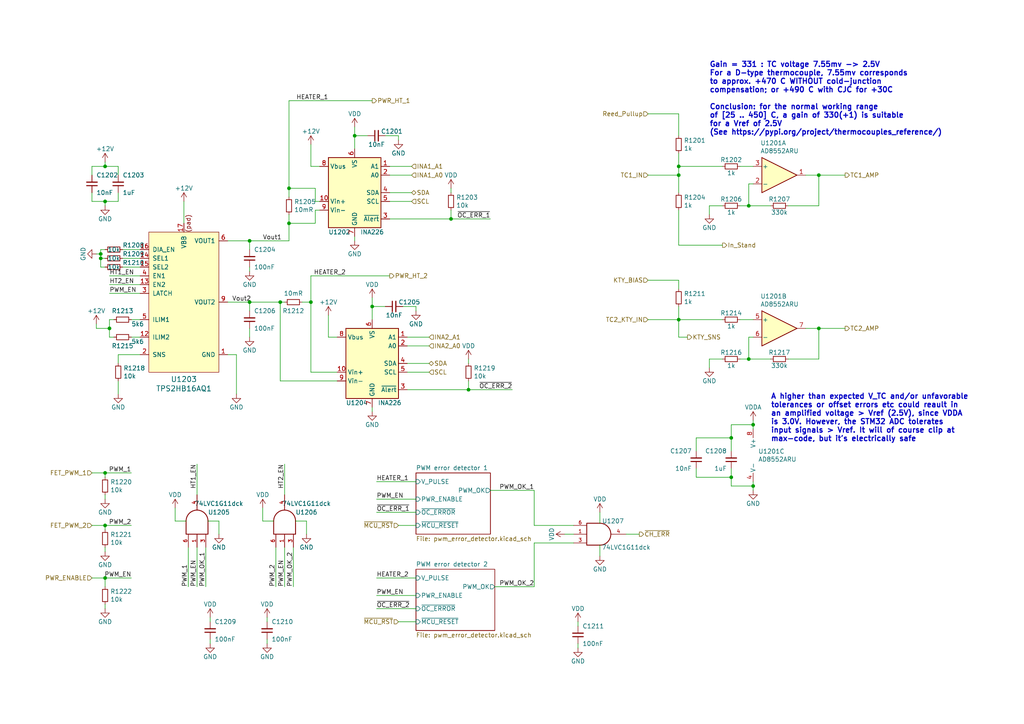
<source format=kicad_sch>
(kicad_sch (version 20231120) (generator "eeschema") (generator_version "8.0")
  (paper "A4")
  (title_block (title "Weller channel (2 elements) pwr-driver and TC/CJ sense amp") (date "2020-08-07") (rev "R0.1") (company "SolderingStationGroup : Jonny Svärd / Mathias Johansson / Magnus Thulesius"))
  (lib_symbols
    (symbol "74xGxx:74LVC1G11" (pin_names (offset 1.016))
      (property "Reference" "U" (at -2.54 5.08 0))
      (property "Value" "74LVC1G11" (at 0 -5.08 0))
      (symbol "74LVC1G11_0_1"
        (arc (start 0 -3.175) (mid 3.1612 0) (end 0 3.175) (stroke (width 0.254)))
        (polyline (pts (xy 0 -3.175) (xy -3.81 -3.175) (xy -3.81 3.175) (xy 0 3.175)) (stroke (width 0.254)))
      )
      (symbol "74LVC1G11_1_1"
        (pin input line (at -7.62 0 0) (length 3.81) (name "~") (number "1"))
        (pin power_in line (at 0 -3.175 270) (length 0) hide (name "GND") (number "2"))
        (pin input line (at -7.62 -2.54 0) (length 3.81) (name "~") (number "3"))
        (pin output line (at 7.62 0 180) (length 4.445) (name "~") (number "4"))
        (pin power_in line (at 0 3.175 90) (length 0) hide (name "VCC") (number "5"))
        (pin input line (at -7.62 2.54 0) (length 3.81) (name "~") (number "6"))
      )
    )
    (symbol "Analog_ADC:INA226"
      (property "Reference" "U" (at -6.35 11.43 0))
      (property "Value" "INA226" (at 3.81 11.43 0))
      (symbol "INA226_0_1"
        (rectangle (start 7.62 10.16) (end -7.62 -10.16) (stroke (width 0.254)) (fill (type background)))
      )
      (symbol "INA226_1_1"
        (pin input line (at 10.16 7.62 180) (length 2.54) (name "A1") (number "1"))
        (pin input line (at -10.16 -2.54 0) (length 2.54) (name "Vin+") (number "10"))
        (pin input line (at 10.16 5.08 180) (length 2.54) (name "A0") (number "2"))
        (pin open_collector line (at 10.16 -7.62 180) (length 2.54) (name "~{Alert}") (number "3"))
        (pin bidirectional line (at 10.16 0 180) (length 2.54) (name "SDA") (number "4"))
        (pin input line (at 10.16 -2.54 180) (length 2.54) (name "SCL") (number "5"))
        (pin power_in line (at 0 12.7 270) (length 2.54) (name "VS") (number "6"))
        (pin power_in line (at 0 -12.7 90) (length 2.54) (name "GND") (number "7"))
        (pin input line (at -10.16 7.62 0) (length 2.54) (name "Vbus") (number "8"))
        (pin input line (at -10.16 -5.08 0) (length 2.54) (name "Vin-") (number "9"))
      )
    )
    (symbol "Device:C_Small" (pin_numbers hide) (pin_names (offset 0.254) hide)
      (property "Reference" "C" (at 0.254 1.778 0))
      (property "Value" "C_Small" (at 0.254 -2.032 0))
      (symbol "C_Small_0_1"
        (polyline (pts (xy -1.524 -0.508) (xy 1.524 -0.508)) (stroke (width 0.3302)))
        (polyline (pts (xy -1.524 0.508) (xy 1.524 0.508)) (stroke (width 0.3048)))
      )
      (symbol "C_Small_1_1"
        (pin passive line (at 0 2.54 270) (length 2.032) (name "~") (number "1"))
        (pin passive line (at 0 -2.54 90) (length 2.032) (name "~") (number "2"))
      )
    )
    (symbol "Device:R_Small" (pin_numbers hide) (pin_names (offset 0.254) hide)
      (property "Reference" "R" (at 0.762 0.508 0))
      (property "Value" "R_Small" (at 0.762 -1.016 0))
      (symbol "R_Small_0_1"
        (rectangle (start -0.762 1.778) (end 0.762 -1.778) (stroke (width 0.2032)))
      )
      (symbol "R_Small_1_1"
        (pin passive line (at 0 2.54 270) (length 0.762) (name "~") (number "1"))
        (pin passive line (at 0 -2.54 90) (length 0.762) (name "~") (number "2"))
      )
    )
    (symbol "customlib_mj:AD8552ARU" (pin_names (offset 0.127))
      (property "Reference" "U" (at 1.27 3.81 0))
      (property "Value" "AD8552ARU" (at -2.54 -5.08 0))
      (symbol "AD8552ARU_1_1"
        (polyline (pts (xy -5.08 5.08) (xy 5.08 0) (xy -5.08 -5.08) (xy -5.08 5.08)) (stroke (width 0.254)) (fill (type background)))
        (pin output line (at 7.62 0 180) (length 2.54) (name "~") (number "1"))
        (pin input line (at -7.62 -2.54 0) (length 2.54) (name "-") (number "2"))
        (pin input line (at -7.62 2.54 0) (length 2.54) (name "+") (number "3"))
      )
      (symbol "AD8552ARU_2_1"
        (polyline (pts (xy -5.08 5.08) (xy 5.08 0) (xy -5.08 -5.08) (xy -5.08 5.08)) (stroke (width 0.254)) (fill (type background)))
        (pin input line (at -7.62 2.54 0) (length 2.54) (name "+") (number "5"))
        (pin input line (at -7.62 -2.54 0) (length 2.54) (name "-") (number "6"))
        (pin output line (at 7.62 0 180) (length 2.54) (name "~") (number "7"))
      )
      (symbol "AD8552ARU_3_1"
        (pin power_in line (at 0 -7.62 90) (length 2.54) (name "V-") (number "4"))
        (pin power_in line (at 0 7.62 270) (length 2.54) (name "V+") (number "8"))
      )
    )
    (symbol "customlib_mj:TPS2HB16AQ1" (pin_names (offset 1.016))
      (property "Reference" "U" (at -8.89 21.59 0))
      (property "Value" "TPS2HB16AQ1" (at 0 -21.59 0))
      (symbol "TPS2HB16AQ1_0_0"
        (text "(pad)" (at 1.27 22.86 900) (effects (font (size 1.27 1.27))))
      )
      (symbol "TPS2HB16AQ1_0_1"
        (rectangle (start -10.16 20.32) (end 10.16 -20.32) (fill (type background)))
      )
      (symbol "TPS2HB16AQ1_1_1"
        (pin passive line (at 12.7 -15.24 180) (length 2.54) (name "GND") (number "1"))
        (pin passive line (at 12.7 0 180) (length 2.54) hide (name "VOUT2") (number "10"))
        (pin passive line (at 12.7 0 180) (length 2.54) hide (name "VOUT2") (number "11"))
        (pin output line (at -12.7 -10.16 0) (length 2.54) (name "ILIM2") (number "12"))
        (pin input line (at -12.7 5.08 0) (length 2.54) (name "EN2") (number "13"))
        (pin input line (at -12.7 12.7 0) (length 2.54) (name "SEL1") (number "14"))
        (pin input line (at -12.7 10.16 0) (length 2.54) (name "SEL2") (number "15"))
        (pin input line (at -12.7 15.24 0) (length 2.54) (name "DIA_EN") (number "16"))
        (pin power_in line (at 0 22.86 270) (length 2.54) (name "VBB") (number "17"))
        (pin output line (at -12.7 -15.24 0) (length 2.54) (name "SNS") (number "2"))
        (pin input line (at -12.7 2.54 0) (length 2.54) (name "LATCH") (number "3"))
        (pin input line (at -12.7 7.62 0) (length 2.54) (name "EN1") (number "4"))
        (pin output line (at -12.7 -5.08 0) (length 2.54) (name "ILIM1") (number "5"))
        (pin power_out line (at 12.7 17.78 180) (length 2.54) (name "VOUT1") (number "6"))
        (pin passive line (at 12.7 17.78 180) (length 2.54) hide (name "VOUT1") (number "7"))
        (pin passive line (at 12.7 17.78 180) (length 2.54) hide (name "VOUT1") (number "8"))
        (pin power_out line (at 12.7 0 180) (length 2.54) (name "VOUT2") (number "9"))
      )
    )
    (symbol "power:+12V" (power) (pin_names (offset 0))
      (property "Value" "+12V" (at 0 3.556 0))
      (symbol "+12V_0_1"
        (polyline (pts (xy -0.762 1.27) (xy 0 2.54)))
        (polyline (pts (xy 0 0) (xy 0 2.54)))
        (polyline (pts (xy 0 2.54) (xy 0.762 1.27)))
      )
      (symbol "+12V_1_1"
        (pin power_in line (at 0 0 90) (length 0) hide (name "+12V") (number "1"))
      )
    )
    (symbol "power:GND" (power) (pin_names (offset 0))
      (property "Value" "GND" (at 0 -3.81 0))
      (symbol "GND_0_1"
        (polyline (pts (xy 0 0) (xy 0 -1.27) (xy 1.27 -1.27) (xy 0 -2.54) (xy -1.27 -1.27) (xy 0 -1.27)))
      )
      (symbol "GND_1_1"
        (pin power_in line (at 0 0 270) (length 0) hide (name "GND") (number "1"))
      )
    )
    (symbol "power:VDD" (power) (pin_names (offset 0))
      (property "Value" "VDD" (at 0 3.81 0))
      (symbol "VDD_0_1"
        (polyline (pts (xy -0.762 1.27) (xy 0 2.54)))
        (polyline (pts (xy 0 0) (xy 0 2.54)))
        (polyline (pts (xy 0 2.54) (xy 0.762 1.27)))
      )
      (symbol "VDD_1_1"
        (pin power_in line (at 0 0 90) (length 0) hide (name "VDD") (number "1"))
      )
    )
    (symbol "power:VDDA" (power) (pin_names (offset 0))
      (property "Value" "VDDA" (at 0 3.81 0))
      (symbol "VDDA_0_1"
        (polyline (pts (xy -0.762 1.27) (xy 0 2.54)))
        (polyline (pts (xy 0 0) (xy 0 2.54)))
        (polyline (pts (xy 0 2.54) (xy 0.762 1.27)))
      )
      (symbol "VDDA_1_1"
        (pin power_in line (at 0 0 90) (length 0) hide (name "VDDA") (number "1"))
      )
    )
  )
  (junction (at 212.09 127))
  (junction (at 30.48 48.26))
  (junction (at 135.89 113.03))
  (junction (at 29.21 73.66))
  (junction (at 72.39 87.63))
  (junction (at 102.87 39.37))
  (junction (at 196.85 48.26))
  (junction (at 81.28 87.63))
  (junction (at 217.17 59.69))
  (junction (at 196.85 92.71))
  (junction (at 217.17 104.14))
  (junction (at 31.75 95.25))
  (junction (at 130.81 63.5))
  (junction (at 237.49 95.25))
  (junction (at 29.21 74.93))
  (junction (at 218.44 123.19))
  (junction (at 30.48 58.42))
  (junction (at 83.82 54.61))
  (junction (at 218.44 140.97))
  (junction (at 30.48 152.4))
  (junction (at 107.95 88.9))
  (junction (at 237.49 50.8))
  (junction (at 30.48 167.64))
  (junction (at 212.09 138.43))
  (junction (at 196.85 50.8))
  (junction (at 90.17 87.63))
  (junction (at 72.39 69.85))
  (junction (at 83.82 64.77))
  (junction (at 30.48 137.16))
  (wire (pts (xy 120.65 167.64) (xy 109.22 167.64)))
  (wire (pts (xy 218.44 124.46) (xy 218.44 123.19)))
  (wire (pts (xy 90.17 80.01) (xy 113.03 80.01)))
  (wire (pts (xy 66.04 69.85) (xy 72.39 69.85)))
  (wire (pts (xy 196.85 33.02) (xy 196.85 39.37)))
  (wire (pts (xy 237.49 104.14) (xy 228.6 104.14)))
  (wire (pts (xy 218.44 123.19) (xy 218.44 121.92)))
  (wire (pts (xy 90.17 48.26) (xy 92.71 48.26)))
  (wire (pts (xy 201.93 138.43) (xy 201.93 135.89)))
  (wire (pts (xy 88.9 151.13) (xy 88.9 154.94)))
  (wire (pts (xy 82.55 87.63) (xy 81.28 87.63)))
  (wire (pts (xy 142.24 142.24) (xy 154.94 142.24)))
  (wire (pts (xy 54.61 158.75) (xy 54.61 170.18)))
  (wire (pts (xy 196.85 92.71) (xy 187.96 92.71)))
  (wire (pts (xy 106.68 39.37) (xy 102.87 39.37)))
  (wire (pts (xy 81.28 87.63) (xy 72.39 87.63)))
  (wire (pts (xy 214.63 104.14) (xy 217.17 104.14)))
  (wire (pts (xy 196.85 48.26) (xy 196.85 50.8)))
  (wire (pts (xy 119.38 55.88) (xy 113.03 55.88)))
  (wire (pts (xy 60.325 151.13) (xy 63.5 151.13)))
  (wire (pts (xy 205.74 104.14) (xy 209.55 104.14)))
  (wire (pts (xy 85.09 158.75) (xy 85.09 170.18)))
  (wire (pts (xy 26.67 55.88) (xy 26.67 58.42)))
  (wire (pts (xy 35.56 72.39) (xy 40.64 72.39)))
  (wire (pts (xy 120.65 148.59) (xy 109.22 148.59)))
  (wire (pts (xy 115.57 39.37) (xy 115.57 40.64)))
  (wire (pts (xy 90.17 41.91) (xy 90.17 48.26)))
  (wire (pts (xy 30.48 167.64) (xy 30.48 170.18)))
  (wire (pts (xy 212.09 140.97) (xy 212.09 138.43)))
  (wire (pts (xy 212.09 138.43) (xy 212.09 135.89)))
  (wire (pts (xy 40.64 80.01) (xy 31.75 80.01)))
  (wire (pts (xy 196.85 50.8) (xy 187.96 50.8)))
  (wire (pts (xy 59.69 158.75) (xy 59.69 170.18)))
  (wire (pts (xy 187.96 81.28) (xy 196.85 81.28)))
  (wire (pts (xy 111.76 88.9) (xy 107.95 88.9)))
  (wire (pts (xy 30.48 72.39) (xy 29.21 72.39)))
  (wire (pts (xy 40.64 74.93) (xy 35.56 74.93)))
  (wire (pts (xy 26.67 48.26) (xy 26.67 50.8)))
  (wire (pts (xy 119.38 58.42) (xy 113.03 58.42)))
  (wire (pts (xy 130.81 54.61) (xy 130.81 55.88)))
  (wire (pts (xy 118.11 113.03) (xy 135.89 113.03)))
  (wire (pts (xy 31.75 95.25) (xy 31.75 97.79)))
  (wire (pts (xy 83.82 29.21) (xy 107.95 29.21)))
  (wire (pts (xy 26.67 167.64) (xy 30.48 167.64)))
  (wire (pts (xy 72.39 78.74) (xy 72.39 77.47)))
  (wire (pts (xy 237.49 95.25) (xy 245.11 95.25)))
  (wire (pts (xy 237.49 59.69) (xy 228.6 59.69)))
  (wire (pts (xy 218.44 142.24) (xy 218.44 140.97)))
  (wire (pts (xy 29.21 73.66) (xy 27.94 73.66)))
  (wire (pts (xy 30.48 74.93) (xy 29.21 74.93)))
  (wire (pts (xy 76.2 151.13) (xy 76.2 147.32)))
  (wire (pts (xy 34.29 114.3) (xy 34.29 110.49)))
  (wire (pts (xy 212.09 138.43) (xy 201.93 138.43)))
  (wire (pts (xy 30.48 59.69) (xy 30.48 58.42)))
  (wire (pts (xy 113.03 63.5) (xy 130.81 63.5)))
  (wire (pts (xy 31.75 95.25) (xy 27.94 95.25)))
  (wire (pts (xy 124.46 100.33) (xy 118.11 100.33)))
  (wire (pts (xy 30.48 175.26) (xy 30.48 176.53)))
  (wire (pts (xy 135.89 104.14) (xy 135.89 105.41)))
  (wire (pts (xy 68.58 102.87) (xy 66.04 102.87)))
  (wire (pts (xy 82.55 170.18) (xy 82.55 158.75)))
  (wire (pts (xy 87.63 87.63) (xy 90.17 87.63)))
  (wire (pts (xy 212.09 127) (xy 212.09 123.19)))
  (wire (pts (xy 196.85 92.71) (xy 196.85 97.79)))
  (wire (pts (xy 72.39 87.63) (xy 72.39 90.17)))
  (wire (pts (xy 90.17 80.01) (xy 90.17 87.63)))
  (wire (pts (xy 205.74 106.68) (xy 205.74 104.14)))
  (wire (pts (xy 196.85 71.12) (xy 196.85 60.96)))
  (wire (pts (xy 167.64 181.61) (xy 167.64 180.34)))
  (wire (pts (xy 124.46 107.95) (xy 118.11 107.95)))
  (wire (pts (xy 79.375 151.13) (xy 76.2 151.13)))
  (wire (pts (xy 77.47 186.69) (xy 77.47 185.42)))
  (wire (pts (xy 91.44 58.42) (xy 92.71 58.42)))
  (wire (pts (xy 91.44 64.77) (xy 91.44 60.96)))
  (wire (pts (xy 205.74 62.23) (xy 205.74 59.69)))
  (wire (pts (xy 102.87 39.37) (xy 102.87 43.18)))
  (wire (pts (xy 30.48 46.99) (xy 30.48 48.26)))
  (wire (pts (xy 130.81 63.5) (xy 142.24 63.5)))
  (wire (pts (xy 63.5 151.13) (xy 63.5 154.94)))
  (wire (pts (xy 57.15 143.51) (xy 57.15 134.62)))
  (wire (pts (xy 33.02 92.71) (xy 31.75 92.71)))
  (wire (pts (xy 209.55 48.26) (xy 196.85 48.26)))
  (wire (pts (xy 163.83 154.94) (xy 166.37 154.94)))
  (wire (pts (xy 237.49 50.8) (xy 245.11 50.8)))
  (wire (pts (xy 120.65 176.53) (xy 109.22 176.53)))
  (wire (pts (xy 111.76 39.37) (xy 115.57 39.37)))
  (wire (pts (xy 82.55 143.51) (xy 82.55 134.62)))
  (wire (pts (xy 201.93 127) (xy 212.09 127)))
  (wire (pts (xy 34.29 105.41) (xy 34.29 102.87)))
  (wire (pts (xy 119.38 50.8) (xy 113.03 50.8)))
  (wire (pts (xy 26.67 152.4) (xy 30.48 152.4)))
  (wire (pts (xy 72.39 69.85) (xy 83.82 69.85)))
  (wire (pts (xy 27.94 95.25) (xy 27.94 93.98)))
  (wire (pts (xy 66.04 87.63) (xy 72.39 87.63)))
  (wire (pts (xy 107.95 119.38) (xy 107.95 118.11)))
  (wire (pts (xy 34.29 58.42) (xy 34.29 55.88)))
  (wire (pts (xy 83.82 54.61) (xy 83.82 29.21)))
  (wire (pts (xy 196.85 97.79) (xy 199.39 97.79)))
  (wire (pts (xy 90.17 107.95) (xy 97.79 107.95)))
  (wire (pts (xy 102.87 69.85) (xy 102.87 68.58)))
  (wire (pts (xy 124.46 97.79) (xy 118.11 97.79)))
  (wire (pts (xy 130.81 60.96) (xy 130.81 63.5)))
  (wire (pts (xy 68.58 114.3) (xy 68.58 102.87)))
  (wire (pts (xy 34.29 102.87) (xy 40.64 102.87)))
  (wire (pts (xy 196.85 50.8) (xy 196.85 55.88)))
  (wire (pts (xy 26.67 58.42) (xy 30.48 58.42)))
  (wire (pts (xy 80.01 158.75) (xy 80.01 170.18)))
  (wire (pts (xy 30.48 48.26) (xy 26.67 48.26)))
  (wire (pts (xy 233.68 95.25) (xy 237.49 95.25)))
  (wire (pts (xy 166.37 152.4) (xy 154.94 152.4)))
  (wire (pts (xy 237.49 50.8) (xy 237.49 59.69)))
  (wire (pts (xy 217.17 59.69) (xy 214.63 59.69)))
  (wire (pts (xy 31.75 97.79) (xy 33.02 97.79)))
  (wire (pts (xy 83.82 64.77) (xy 91.44 64.77)))
  (wire (pts (xy 40.64 97.79) (xy 38.1 97.79)))
  (wire (pts (xy 83.82 54.61) (xy 91.44 54.61)))
  (wire (pts (xy 196.85 44.45) (xy 196.85 48.26)))
  (wire (pts (xy 212.09 123.19) (xy 218.44 123.19)))
  (wire (pts (xy 109.22 144.78) (xy 120.65 144.78)))
  (wire (pts (xy 218.44 92.71) (xy 214.63 92.71)))
  (wire (pts (xy 107.95 86.36) (xy 107.95 88.9)))
  (wire (pts (xy 116.84 88.9) (xy 120.65 88.9)))
  (wire (pts (xy 34.29 48.26) (xy 30.48 48.26)))
  (wire (pts (xy 57.15 158.75) (xy 57.15 170.18)))
  (wire (pts (xy 143.51 170.18) (xy 154.94 170.18)))
  (wire (pts (xy 95.25 91.44) (xy 95.25 97.79)))
  (wire (pts (xy 196.85 92.71) (xy 196.85 88.9)))
  (wire (pts (xy 218.44 53.34) (xy 217.17 53.34)))
  (wire (pts (xy 83.82 62.23) (xy 83.82 64.77)))
  (wire (pts (xy 40.64 77.47) (xy 35.56 77.47)))
  (wire (pts (xy 53.34 58.42) (xy 53.34 64.77)))
  (wire (pts (xy 53.975 151.13) (xy 50.8 151.13)))
  (wire (pts (xy 30.48 152.4) (xy 38.1 152.4)))
  (wire (pts (xy 233.68 50.8) (xy 237.49 50.8)))
  (wire (pts (xy 40.64 85.09) (xy 31.75 85.09)))
  (wire (pts (xy 217.17 53.34) (xy 217.17 59.69)))
  (wire (pts (xy 217.17 104.14) (xy 223.52 104.14)))
  (wire (pts (xy 30.48 158.75) (xy 30.48 160.02)))
  (wire (pts (xy 223.52 59.69) (xy 217.17 59.69)))
  (wire (pts (xy 77.47 180.34) (xy 77.47 179.07)))
  (wire (pts (xy 187.96 33.02) (xy 196.85 33.02)))
  (wire (pts (xy 85.725 151.13) (xy 88.9 151.13)))
  (wire (pts (xy 218.44 140.97) (xy 218.44 139.7)))
  (wire (pts (xy 166.37 157.48) (xy 154.94 157.48)))
  (wire (pts (xy 60.96 180.34) (xy 60.96 179.07)))
  (wire (pts (xy 201.93 130.81) (xy 201.93 127)))
  (wire (pts (xy 30.48 152.4) (xy 30.48 153.67)))
  (wire (pts (xy 107.95 88.9) (xy 107.95 92.71)))
  (wire (pts (xy 181.61 154.94) (xy 185.42 154.94)))
  (wire (pts (xy 60.96 186.69) (xy 60.96 185.42)))
  (wire (pts (xy 29.21 74.93) (xy 29.21 77.47)))
  (wire (pts (xy 135.89 113.03) (xy 148.59 113.03)))
  (wire (pts (xy 90.17 87.63) (xy 90.17 107.95)))
  (wire (pts (xy 29.21 73.66) (xy 29.21 74.93)))
  (wire (pts (xy 31.75 92.71) (xy 31.75 95.25)))
  (wire (pts (xy 196.85 81.28) (xy 196.85 83.82)))
  (wire (pts (xy 109.22 172.72) (xy 120.65 172.72)))
  (wire (pts (xy 83.82 57.15) (xy 83.82 54.61)))
  (wire (pts (xy 173.99 158.115) (xy 173.99 161.29)))
  (wire (pts (xy 95.25 97.79) (xy 97.79 97.79)))
  (wire (pts (xy 119.38 48.26) (xy 113.03 48.26)))
  (wire (pts (xy 30.48 137.16) (xy 38.1 137.16)))
  (wire (pts (xy 50.8 151.13) (xy 50.8 147.32)))
  (wire (pts (xy 40.64 92.71) (xy 38.1 92.71)))
  (wire (pts (xy 115.57 180.34) (xy 120.65 180.34)))
  (wire (pts (xy 30.48 167.64) (xy 38.1 167.64)))
  (wire (pts (xy 30.48 143.51) (xy 30.48 144.78)))
  (wire (pts (xy 34.29 50.8) (xy 34.29 48.26)))
  (wire (pts (xy 173.99 151.765) (xy 173.99 148.59)))
  (wire (pts (xy 218.44 48.26) (xy 214.63 48.26)))
  (wire (pts (xy 29.21 72.39) (xy 29.21 73.66)))
  (wire (pts (xy 102.87 36.83) (xy 102.87 39.37)))
  (wire (pts (xy 237.49 95.25) (xy 237.49 104.14)))
  (wire (pts (xy 26.67 137.16) (xy 30.48 137.16)))
  (wire (pts (xy 83.82 69.85) (xy 83.82 64.77)))
  (wire (pts (xy 154.94 152.4) (xy 154.94 142.24)))
  (wire (pts (xy 40.64 82.55) (xy 31.75 82.55)))
  (wire (pts (xy 209.55 71.12) (xy 196.85 71.12)))
  (wire (pts (xy 30.48 137.16) (xy 30.48 138.43)))
  (wire (pts (xy 81.28 87.63) (xy 81.28 110.49)))
  (wire (pts (xy 120.65 88.9) (xy 120.65 90.17)))
  (wire (pts (xy 218.44 97.79) (xy 217.17 97.79)))
  (wire (pts (xy 115.57 152.4) (xy 120.65 152.4)))
  (wire (pts (xy 217.17 97.79) (xy 217.17 104.14)))
  (wire (pts (xy 209.55 92.71) (xy 196.85 92.71)))
  (wire (pts (xy 72.39 72.39) (xy 72.39 69.85)))
  (wire (pts (xy 81.28 110.49) (xy 97.79 110.49)))
  (wire (pts (xy 218.44 140.97) (xy 212.09 140.97)))
  (wire (pts (xy 120.65 139.7) (xy 109.22 139.7)))
  (wire (pts (xy 30.48 58.42) (xy 34.29 58.42)))
  (wire (pts (xy 124.46 105.41) (xy 118.11 105.41)))
  (wire (pts (xy 205.74 59.69) (xy 209.55 59.69)))
  (wire (pts (xy 29.21 77.47) (xy 30.48 77.47)))
  (wire (pts (xy 212.09 130.81) (xy 212.09 127)))
  (wire (pts (xy 91.44 60.96) (xy 92.71 60.96)))
  (wire (pts (xy 167.64 187.96) (xy 167.64 186.69)))
  (wire (pts (xy 91.44 54.61) (xy 91.44 58.42)))
  (wire (pts (xy 72.39 97.79) (xy 72.39 95.25)))
  (wire (pts (xy 154.94 170.18) (xy 154.94 157.48)))
  (wire (pts (xy 135.89 110.49) (xy 135.89 113.03)))
  (text "Gain = 331 : TC voltage 7.55mv -> 2.5V\nFor a D-type thermocouple, 7.55mv corresponds\nto approx. +470 C WITHOUT cold-junction\ncompensation; or +490 C with CJC for +30C\n\nConclusion: for the normal working range\nof [25 .. 450] C, a gain of 330(+1) is suitable\nfor a Vref of 2.5V\n(See https://pypi.org/project/thermocouples_reference/)" (at 205.74 39.37 0) (effects (font (size 1.524 1.524) (thickness 0.3048) (bold yes)) (justify left bottom)))
  (text "A higher than expected V_TC and/or unfavorable\ntolerances or offset errors etc could reault in\nan amplified voltage > Vref (2.5V), since VDDA\nis 3.0V. However, the STM32 ADC tolerates\ninput signals > Vref. It will of course clip at\nmax-code, but it's electrically safe" (at 223.52 128.27 0) (effects (font (size 1.524 1.524) (thickness 0.3048) (bold yes)) (justify left bottom)))
  (label "HEATER_1" (at 109.22 139.7 0))
  (label "HEATER_1" (at 95.25 29.21 180))
  (label "PWM_OK_1" (at 59.69 170.18 90))
  (label "PWM_EN" (at 31.75 85.09 0))
  (label "PWM_EN" (at 109.22 172.72 0))
  (label "~{OC_ERR_1}" (at 142.24 63.5 180))
  (label "PWM_OK_2" (at 154.94 170.18 180))
  (label "PWM_OK_1" (at 154.94 142.24 180))
  (label "Vout2" (at 67.31 87.63 0))
  (label "PWM_2" (at 38.1 152.4 180))
  (label "HT1_EN" (at 57.15 134.62 270))
  (label "HT2_EN" (at 31.75 82.55 0))
  (label "PWM_2" (at 80.01 170.18 90))
  (label "PWM_1" (at 38.1 137.16 180))
  (label "~{OC_ERR_2}" (at 109.22 176.53 0))
  (label "HEATER_2" (at 100.33 80.01 180))
  (label "PWM_OK_2" (at 85.09 170.18 90))
  (label "Vout1" (at 76.2 69.85 0))
  (label "~{OC_ERR_1}" (at 109.22 148.59 0))
  (label "HT2_EN" (at 82.55 134.62 270))
  (label "HT1_EN" (at 31.75 80.01 0))
  (label "~{OC_ERR_2}" (at 148.59 113.03 180))
  (label "PWM_EN" (at 109.22 144.78 0))
  (label "PWM_EN" (at 57.15 170.18 90))
  (label "PWM_EN" (at 82.55 170.18 90))
  (label "PWM_EN" (at 38.1 167.64 180))
  (label "HEATER_2" (at 109.22 167.64 0))
  (label "PWM_1" (at 54.61 170.18 90))
  (hierarchical_label "INA1_A0" (shape input) (at 119.38 50.8 0))
  (hierarchical_label "INA2_A1" (shape input) (at 124.46 97.79 0))
  (hierarchical_label "FET_PWM_1" (shape input) (at 26.67 137.16 180))
  (hierarchical_label "TC2_KTY_IN" (shape input) (at 187.96 92.71 180))
  (hierarchical_label "PWR_HT_2" (shape output) (at 113.03 80.01 0))
  (hierarchical_label "PWR_HT_1" (shape output) (at 107.95 29.21 0))
  (hierarchical_label "TC2_AMP" (shape output) (at 245.11 95.25 0))
  (hierarchical_label "TC1_IN" (shape input) (at 187.96 50.8 180))
  (hierarchical_label "KTY_BIAS" (shape input) (at 187.96 81.28 180))
  (hierarchical_label "SDA" (shape bidirectional) (at 124.46 105.41 0))
  (hierarchical_label "SDA" (shape bidirectional) (at 119.38 55.88 0))
  (hierarchical_label "SCL" (shape input) (at 119.38 58.42 0))
  (hierarchical_label "In_Stand" (shape output) (at 209.55 71.12 0))
  (hierarchical_label "KTY_SNS" (shape output) (at 199.39 97.79 0))
  (hierarchical_label "~{MCU_RST}" (shape input) (at 115.57 180.34 180))
  (hierarchical_label "PWR_ENABLE" (shape input) (at 26.67 167.64 180))
  (hierarchical_label "INA1_A1" (shape input) (at 119.38 48.26 0))
  (hierarchical_label "INA2_A0" (shape input) (at 124.46 100.33 0))
  (hierarchical_label "~{MCU_RST}" (shape input) (at 115.57 152.4 180))
  (hierarchical_label "~{CH_ERR}" (shape output) (at 185.42 154.94 0))
  (hierarchical_label "SCL" (shape input) (at 124.46 107.95 0))
  (hierarchical_label "FET_PWM_2" (shape input) (at 26.67 152.4 180))
  (hierarchical_label "TC1_AMP" (shape output) (at 245.11 50.8 0))
  (hierarchical_label "Reed_Pullup" (shape input) (at 187.96 33.02 180))
  (symbol (lib_id "customlib_mj:AD8552ARU") (at 226.06 50.8 0) (unit 1)
    (property "Reference" "U1201" (at 220.5482 41.4782 0) (effects (justify left)))
    (property "Value" "AD8552ARU" (at 220.5482 43.7896 0) (effects (justify left)))
    (property "Footprint" "Package_SO:TSSOP-8_4.4x3mm_P0.65mm" (effects (hide yes)))
    (property "Datasheet" "https://www.analog.com/media/en/technical-documentation/data-sheets/AD8551_8552_8554.pdf" (effects (hide yes)))
    (property "JLC_part" "Extended" (effects (hide yes)))
    (property "LCSC" "C495274" (effects (hide yes)))
    (instances (project "solderstn_mb" (path "" (reference "U1201") (unit 1)) (path "" (reference "U1501") (unit 1))))
  )
  (symbol (lib_id "customlib_mj:AD8552ARU") (at 226.06 95.25 0) (unit 2)
    (property "Reference" "U1201" (at 220.5482 85.9282 0) (effects (justify left)))
    (property "Value" "AD8552ARU" (at 220.5482 88.2396 0) (effects (justify left)))
    (property "Footprint" "Package_SO:TSSOP-8_4.4x3mm_P0.65mm" (effects (hide yes)))
    (property "Datasheet" "https://www.analog.com/media/en/technical-documentation/data-sheets/AD8551_8552_8554.pdf" (effects (hide yes)))
    (property "JLC_part" "Extended" (effects (hide yes)))
    (property "LCSC" "C495274" (effects (hide yes)))
    (instances (project "solderstn_mb" (path "" (reference "U1201") (unit 2)) (path "" (reference "U1501") (unit 2))))
  )
  (symbol (lib_id "customlib_mj:AD8552ARU") (at 218.44 132.08 0) (unit 3)
    (property "Reference" "U1201" (at 219.9132 130.9116 0) (effects (justify left)))
    (property "Value" "AD8552ARU" (at 219.9132 133.223 0) (effects (justify left)))
    (property "Footprint" "Package_SO:TSSOP-8_4.4x3mm_P0.65mm" (effects (hide yes)))
    (property "Datasheet" "https://www.analog.com/media/en/technical-documentation/data-sheets/AD8551_8552_8554.pdf" (effects (hide yes)))
    (property "JLC_part" "Extended" (effects (hide yes)))
    (property "LCSC" "C495274" (effects (hide yes)))
    (instances (project "solderstn_mb" (path "" (reference "U1201") (unit 3)) (path "" (reference "U1501") (unit 3))))
  )
  (symbol (lib_id "Device:R_Small") (at 196.85 41.91 0) (unit 1)
    (property "Reference" "R1201" (at 198.3486 40.7416 0) (effects (justify left)))
    (property "Value" "1k" (at 198.3486 43.053 0) (effects (justify left)))
    (property "Footprint" "Resistor_SMD:R_0402_1005Metric" (effects (hide yes)))
    (property "JLC_part" "Basic" (effects (hide yes)))
    (property "LCSC" "C11702" (effects (hide yes)))
    (instances (project "solderstn_mb" (path "" (reference "R1201") (unit 1)) (path "" (reference "R1501") (unit 1))))
  )
  (symbol (lib_id "Device:R_Small") (at 212.09 48.26 270) (unit 1)
    (property "Reference" "R1202" (at 212.09 46.355 90))
    (property "Value" "1k" (at 212.09 50.165 90))
    (property "Footprint" "Resistor_SMD:R_0402_1005Metric" (effects (hide yes)))
    (property "JLC_part" "Basic" (effects (hide yes)))
    (property "LCSC" "C11702" (effects (hide yes)))
    (instances (project "solderstn_mb" (path "" (reference "R1202") (unit 1)) (path "" (reference "R1502") (unit 1))))
  )
  (symbol (lib_id "Device:R_Small") (at 212.09 59.69 270) (unit 1)
    (property "Reference" "R1206" (at 212.09 57.785 90))
    (property "Value" "1k" (at 212.09 61.595 90))
    (property "Footprint" "Resistor_SMD:R_0402_1005Metric" (effects (hide yes)))
    (property "JLC_part" "Basic" (effects (hide yes)))
    (property "LCSC" "C11702" (effects (hide yes)))
    (instances (project "solderstn_mb" (path "" (reference "R1206") (unit 1)) (path "" (reference "R1506") (unit 1))))
  )
  (symbol (lib_id "Device:R_Small") (at 226.06 59.69 270) (unit 1)
    (property "Reference" "R1207" (at 226.06 57.785 90))
    (property "Value" "330k" (at 226.06 61.595 90))
    (property "Footprint" "Resistor_SMD:R_0402_1005Metric" (effects (hide yes)))
    (property "JLC_part" "Basic" (effects (hide yes)))
    (property "LCSC" "C25778" (effects (hide yes)))
    (instances (project "solderstn_mb" (path "" (reference "R1207") (unit 1)) (path "" (reference "R1507") (unit 1))))
  )
  (symbol (lib_id "Device:R_Small") (at 226.06 104.14 270) (unit 1)
    (property "Reference" "R1217" (at 226.06 102.235 90))
    (property "Value" "330k" (at 226.06 106.045 90))
    (property "Footprint" "Resistor_SMD:R_0402_1005Metric" (effects (hide yes)))
    (property "JLC_part" "Basic" (effects (hide yes)))
    (property "LCSC" "C25778" (effects (hide yes)))
    (instances (project "solderstn_mb" (path "" (reference "R1217") (unit 1)) (path "" (reference "R1517") (unit 1))))
  )
  (symbol (lib_id "Device:R_Small") (at 212.09 104.14 270) (unit 1)
    (property "Reference" "R1216" (at 212.09 102.235 90))
    (property "Value" "1k" (at 212.09 106.045 90))
    (property "Footprint" "Resistor_SMD:R_0402_1005Metric" (effects (hide yes)))
    (property "JLC_part" "Basic" (effects (hide yes)))
    (property "LCSC" "C11702" (effects (hide yes)))
    (instances (project "solderstn_mb" (path "" (reference "R1216") (unit 1)) (path "" (reference "R1516") (unit 1))))
  )
  (symbol (lib_id "Device:R_Small") (at 212.09 92.71 270) (unit 1)
    (property "Reference" "R1214" (at 212.09 90.805 90))
    (property "Value" "1k" (at 212.09 94.615 90))
    (property "Footprint" "Resistor_SMD:R_0402_1005Metric" (effects (hide yes)))
    (property "JLC_part" "Basic" (effects (hide yes)))
    (property "LCSC" "C11702" (effects (hide yes)))
    (instances (project "solderstn_mb" (path "" (reference "R1214") (unit 1)) (path "" (reference "R1514") (unit 1))))
  )
  (symbol (lib_id "Device:R_Small") (at 196.85 86.36 0) (unit 1)
    (property "Reference" "R1211" (at 198.3486 85.1916 0) (effects (justify left)))
    (property "Value" "1k" (at 198.3486 87.503 0) (effects (justify left)))
    (property "Footprint" "Resistor_SMD:R_0402_1005Metric" (effects (hide yes)))
    (property "JLC_part" "Basic" (effects (hide yes)))
    (property "LCSC" "C11702" (effects (hide yes)))
    (instances (project "solderstn_mb" (path "" (reference "R1211") (unit 1)) (path "" (reference "R1511") (unit 1))))
  )
  (symbol (lib_id "Device:R_Small") (at 196.85 58.42 0) (unit 1)
    (property "Reference" "R1204" (at 198.3486 57.2516 0) (effects (justify left)))
    (property "Value" "1k" (at 198.3486 59.563 0) (effects (justify left)))
    (property "Footprint" "Resistor_SMD:R_0402_1005Metric" (effects (hide yes)))
    (property "JLC_part" "Basic" (effects (hide yes)))
    (property "LCSC" "C11702" (effects (hide yes)))
    (instances (project "solderstn_mb" (path "" (reference "R1204") (unit 1)) (path "" (reference "R1504") (unit 1))))
  )
  (symbol (lib_id "power:GND") (at 205.74 62.23 0) (unit 1)
    (property "Reference" "#PWR01208" (effects (hide yes)))
    (property "Value" "GND" (at 205.74 66.04 0))
    (instances (project "solderstn_mb" (path "" (reference "#PWR01208") (unit 1)) (path "" (reference "#PWR01508") (unit 1))))
  )
  (symbol (lib_id "power:GND") (at 205.74 106.68 0) (unit 1)
    (property "Reference" "#PWR01218" (effects (hide yes)))
    (property "Value" "GND" (at 205.74 110.49 0))
    (instances (project "solderstn_mb" (path "" (reference "#PWR01218") (unit 1)) (path "" (reference "#PWR01518") (unit 1))))
  )
  (symbol (lib_id "power:GND") (at 218.44 142.24 0) (unit 1)
    (property "Reference" "#PWR01223" (effects (hide yes)))
    (property "Value" "GND" (at 218.44 146.05 0))
    (instances (project "solderstn_mb" (path "" (reference "#PWR01223") (unit 1)) (path "" (reference "#PWR01523") (unit 1))))
  )
  (symbol (lib_id "Device:C_Small") (at 212.09 133.35 0) (mirror x) (unit 1)
    (property "Reference" "C1208" (at 210.82 130.81 0) (effects (justify right)))
    (property "Value" "1uF" (at 210.82 135.89 0) (effects (justify right)))
    (property "Footprint" "Capacitor_SMD:C_0402_1005Metric" (effects (hide yes)))
    (property "JLC_part" "Basic" (effects (hide yes)))
    (property "LCSC" "C52923" (effects (hide yes)))
    (instances (project "solderstn_mb" (path "" (reference "C1208") (unit 1)) (path "" (reference "C1508") (unit 1))))
  )
  (symbol (lib_id "Device:C_Small") (at 201.93 133.35 0) (mirror x) (unit 1)
    (property "Reference" "C1207" (at 200.66 130.81 0) (effects (justify right)))
    (property "Value" "10nF" (at 200.66 135.89 0) (effects (justify right)))
    (property "Footprint" "Capacitor_SMD:C_0402_1005Metric" (effects (hide yes)))
    (property "JLC_part" "Basic" (effects (hide yes)))
    (property "LCSC" "C15195" (effects (hide yes)))
    (instances (project "solderstn_mb" (path "" (reference "C1207") (unit 1)) (path "" (reference "C1507") (unit 1))))
  )
  (symbol (lib_id "power:GND") (at 102.87 69.85 0) (unit 1)
    (property "Reference" "#PWR01209" (effects (hide yes)))
    (property "Value" "GND" (at 102.87 73.66 0))
    (instances (project "solderstn_mb" (path "" (reference "#PWR01209") (unit 1)) (path "" (reference "#PWR01509") (unit 1))))
  )
  (symbol (lib_id "power:VDD") (at 102.87 36.83 0) (unit 1)
    (property "Reference" "#PWR01201" (effects (hide yes)))
    (property "Value" "VDD" (at 102.87 33.02 0))
    (instances (project "solderstn_mb" (path "" (reference "#PWR01201") (unit 1)) (path "" (reference "#PWR01501") (unit 1))))
  )
  (symbol (lib_id "power:GND") (at 115.57 40.64 0) (unit 1)
    (property "Reference" "#PWR01202" (effects (hide yes)))
    (property "Value" "GND" (at 115.57 44.45 0))
    (instances (project "solderstn_mb" (path "" (reference "#PWR01202") (unit 1)) (path "" (reference "#PWR01502") (unit 1))))
  )
  (symbol (lib_id "Device:C_Small") (at 109.22 39.37 90) (mirror x) (unit 1)
    (property "Reference" "C1201" (at 110.49 38.1 90) (effects (justify right)))
    (property "Value" "10nF" (at 109.22 41.91 90))
    (property "Footprint" "Capacitor_SMD:C_0402_1005Metric" (effects (hide yes)))
    (property "JLC_part" "Basic" (effects (hide yes)))
    (property "LCSC" "C15195" (effects (hide yes)))
    (instances (project "solderstn_mb" (path "" (reference "C1201") (unit 1)) (path "" (reference "C1501") (unit 1))))
  )
  (symbol (lib_id "Analog_ADC:INA226") (at 107.95 105.41 0) (unit 1)
    (property "Reference" "U1204" (at 100.33 116.84 0) (effects (justify left)))
    (property "Value" "INA226" (at 113.03 116.84 0))
    (property "Footprint" "Package_SO:VSSOP-10_3x3mm_P0.5mm" (effects (hide yes)))
    (property "Datasheet" "http://www.ti.com/lit/ds/symlink/ina226.pdf" (effects (hide yes)))
    (property "JLC_part" "Extended" (effects (hide yes)))
    (property "LCSC" "C49851" (effects (hide yes)))
    (instances (project "solderstn_mb" (path "" (reference "U1204") (unit 1)) (path "" (reference "U1504") (unit 1))))
  )
  (symbol (lib_id "Device:R_Small") (at 85.09 87.63 270) (unit 1)
    (property "Reference" "R1212" (at 85.09 90.17 90))
    (property "Value" "10mR" (at 85.09 85.09 90))
    (property "Footprint" "Resistor_SMD:R_1206_3216Metric" (effects (hide yes)))
    (property "JLC_part" "Extended" (effects (hide yes)))
    (property "LCSC" "C127703" (effects (hide yes)))
    (instances (project "solderstn_mb" (path "" (reference "R1212") (unit 1)) (path "" (reference "R1512") (unit 1))))
  )
  (symbol (lib_id "power:GND") (at 107.95 119.38 0) (unit 1)
    (property "Reference" "#PWR01221" (effects (hide yes)))
    (property "Value" "GND" (at 107.95 123.19 0))
    (instances (project "solderstn_mb" (path "" (reference "#PWR01221") (unit 1)) (path "" (reference "#PWR01521") (unit 1))))
  )
  (symbol (lib_id "power:VDD") (at 107.95 86.36 0) (unit 1)
    (property "Reference" "#PWR01212" (effects (hide yes)))
    (property "Value" "VDD" (at 107.95 82.55 0))
    (instances (project "solderstn_mb" (path "" (reference "#PWR01212") (unit 1)) (path "" (reference "#PWR01512") (unit 1))))
  )
  (symbol (lib_id "Device:C_Small") (at 114.3 88.9 90) (mirror x) (unit 1)
    (property "Reference" "C1205" (at 115.57 87.63 90) (effects (justify right)))
    (property "Value" "10nF" (at 114.3 91.44 90))
    (property "Footprint" "Capacitor_SMD:C_0402_1005Metric" (effects (hide yes)))
    (property "JLC_part" "Basic" (effects (hide yes)))
    (property "LCSC" "C15195" (effects (hide yes)))
    (instances (project "solderstn_mb" (path "" (reference "C1205") (unit 1)) (path "" (reference "C1505") (unit 1))))
  )
  (symbol (lib_id "power:GND") (at 120.65 90.17 0) (unit 1)
    (property "Reference" "#PWR01213" (effects (hide yes)))
    (property "Value" "GND" (at 120.65 93.98 0))
    (instances (project "solderstn_mb" (path "" (reference "#PWR01213") (unit 1)) (path "" (reference "#PWR01513") (unit 1))))
  )
  (symbol (lib_id "power:+12V") (at 90.17 41.91 0) (unit 1)
    (property "Reference" "#PWR01203" (effects (hide yes)))
    (property "Value" "+12V" (at 90.17 38.1 0))
    (instances (project "solderstn_mb" (path "" (reference "#PWR01203") (unit 1)) (path "" (reference "#PWR01503") (unit 1))))
  )
  (symbol (lib_id "power:+12V") (at 95.25 91.44 0) (unit 1)
    (property "Reference" "#PWR01214" (effects (hide yes)))
    (property "Value" "+12V" (at 95.25 87.63 0))
    (instances (project "solderstn_mb" (path "" (reference "#PWR01214") (unit 1)) (path "" (reference "#PWR01514") (unit 1))))
  )
  (symbol (lib_id "power:+12V") (at 53.34 58.42 0) (unit 1)
    (property "Reference" "#PWR01206" (effects (hide yes)))
    (property "Value" "+12V" (at 53.34 54.61 0))
    (instances (project "solderstn_mb" (path "" (reference "#PWR01206") (unit 1)) (path "" (reference "#PWR01506") (unit 1))))
  )
  (symbol (lib_id "power:GND") (at 68.58 114.3 0) (unit 1)
    (property "Reference" "#PWR01220" (effects (hide yes)))
    (property "Value" "GND" (at 68.58 118.11 0))
    (instances (project "solderstn_mb" (path "" (reference "#PWR01220") (unit 1)) (path "" (reference "#PWR01520") (unit 1))))
  )
  (symbol (lib_id "power:GND") (at 30.48 144.78 0) (unit 1)
    (property "Reference" "#PWR01224" (effects (hide yes)))
    (property "Value" "GND" (at 30.48 148.59 0))
    (instances (project "solderstn_mb" (path "" (reference "#PWR01224") (unit 1)) (path "" (reference "#PWR01524") (unit 1))))
  )
  (symbol (lib_id "74xGxx:74LVC1G11") (at 57.15 151.13 90) (unit 1)
    (property "Reference" "U1205" (at 63.5 148.59 90))
    (property "Value" "74LVC1G11dck" (at 63.5 146.05 90))
    (property "Footprint" "Package_TO_SOT_SMD:SOT-363_SC-70-6_Handsoldering" (effects (hide yes)))
    (property "Datasheet" "http://www.ti.com/lit/sg/scyt129e/scyt129e.pdf" (effects (hide yes)))
    (instances (project "solderstn_mb" (path "" (reference "U1205") (unit 1)) (path "" (reference "U1505") (unit 1))))
  )
  (symbol (lib_id "74xGxx:74LVC1G11") (at 82.55 151.13 90) (unit 1)
    (property "Reference" "U1206" (at 88.9 148.59 90))
    (property "Value" "74LVC1G11dck" (at 88.9 146.05 90))
    (property "Footprint" "Package_TO_SOT_SMD:SOT-363_SC-70-6_Handsoldering" (effects (hide yes)))
    (property "Datasheet" "http://www.ti.com/lit/sg/scyt129e/scyt129e.pdf" (effects (hide yes)))
    (instances (project "solderstn_mb" (path "" (reference "U1206") (unit 1)) (path "" (reference "U1506") (unit 1))))
  )
  (symbol (lib_id "power:VDD") (at 50.8 147.32 0) (unit 1)
    (property "Reference" "#PWR01225" (effects (hide yes)))
    (property "Value" "VDD" (at 50.8 143.51 0))
    (instances (project "solderstn_mb" (path "" (reference "#PWR01225") (unit 1)) (path "" (reference "#PWR01525") (unit 1))))
  )
  (symbol (lib_id "power:VDD") (at 76.2 147.32 0) (unit 1)
    (property "Reference" "#PWR01226" (effects (hide yes)))
    (property "Value" "VDD" (at 76.2 143.51 0))
    (instances (project "solderstn_mb" (path "" (reference "#PWR01226") (unit 1)) (path "" (reference "#PWR01526") (unit 1))))
  )
  (symbol (lib_id "power:GND") (at 63.5 154.94 0) (unit 1)
    (property "Reference" "#PWR01228" (effects (hide yes)))
    (property "Value" "GND" (at 63.5 158.75 0))
    (instances (project "solderstn_mb" (path "" (reference "#PWR01228") (unit 1)) (path "" (reference "#PWR01528") (unit 1))))
  )
  (symbol (lib_id "power:GND") (at 88.9 154.94 0) (unit 1)
    (property "Reference" "#PWR01229" (effects (hide yes)))
    (property "Value" "GND" (at 88.9 158.75 0))
    (instances (project "solderstn_mb" (path "" (reference "#PWR01229") (unit 1)) (path "" (reference "#PWR01529") (unit 1))))
  )
  (symbol (lib_id "Device:R_Small") (at 30.48 140.97 0) (unit 1)
    (property "Reference" "R1220" (at 31.9786 139.8016 0) (effects (justify left)))
    (property "Value" "10k" (at 31.9786 142.113 0) (effects (justify left)))
    (property "Footprint" "Resistor_SMD:R_0402_1005Metric" (effects (hide yes)))
    (property "JLC_part" "Basic" (effects (hide yes)))
    (property "LCSC" "C25744" (effects (hide yes)))
    (instances (project "solderstn_mb" (path "" (reference "R1220") (unit 1)) (path "" (reference "R1520") (unit 1))))
  )
  (symbol (lib_id "Device:R_Small") (at 30.48 156.21 0) (unit 1)
    (property "Reference" "R1221" (at 31.9786 155.0416 0) (effects (justify left)))
    (property "Value" "10k" (at 31.9786 157.353 0) (effects (justify left)))
    (property "Footprint" "Resistor_SMD:R_0402_1005Metric" (effects (hide yes)))
    (property "JLC_part" "Basic" (effects (hide yes)))
    (property "LCSC" "C25744" (effects (hide yes)))
    (instances (project "solderstn_mb" (path "" (reference "R1221") (unit 1)) (path "" (reference "R1521") (unit 1))))
  )
  (symbol (lib_id "Device:R_Small") (at 30.48 172.72 0) (unit 1)
    (property "Reference" "R1222" (at 31.9786 171.5516 0) (effects (justify left)))
    (property "Value" "10k" (at 31.9786 173.863 0) (effects (justify left)))
    (property "Footprint" "Resistor_SMD:R_0402_1005Metric" (effects (hide yes)))
    (property "JLC_part" "Basic" (effects (hide yes)))
    (property "LCSC" "C25744" (effects (hide yes)))
    (instances (project "solderstn_mb" (path "" (reference "R1222") (unit 1)) (path "" (reference "R1522") (unit 1))))
  )
  (symbol (lib_id "power:GND") (at 30.48 160.02 0) (unit 1)
    (property "Reference" "#PWR01231" (effects (hide yes)))
    (property "Value" "GND" (at 30.48 163.83 0))
    (instances (project "solderstn_mb" (path "" (reference "#PWR01231") (unit 1)) (path "" (reference "#PWR01531") (unit 1))))
  )
  (symbol (lib_id "power:GND") (at 30.48 176.53 0) (unit 1)
    (property "Reference" "#PWR01233" (effects (hide yes)))
    (property "Value" "GND" (at 30.48 180.34 0))
    (instances (project "solderstn_mb" (path "" (reference "#PWR01233") (unit 1)) (path "" (reference "#PWR01533") (unit 1))))
  )
  (symbol (lib_id "customlib_mj:TPS2HB16AQ1") (at 53.34 87.63 0) (unit 1)
    (property "Reference" "U1203" (at 53.34 110.0074 0) (effects (font (size 1.524 1.524))))
    (property "Value" "TPS2HB16AQ1" (at 53.34 112.6998 0) (effects (font (size 1.524 1.524))))
    (property "Footprint" "Package_SO:HTSSOP-16-1EP_4.4x5mm_P0.65mm_EP3.4x5mm_Mask3x3mm_ThermalVias" (effects (hide yes)))
    (property "Datasheet" "https://www.ti.com/lit/ds/symlink/tps2hb16-q1.pdf" (effects (hide yes)))
    (instances (project "solderstn_mb" (path "" (reference "U1203") (unit 1)) (path "" (reference "U1503") (unit 1))))
  )
  (symbol (lib_id "Analog_ADC:INA226") (at 102.87 55.88 0) (unit 1)
    (property "Reference" "U1202" (at 95.25 67.31 0) (effects (justify left)))
    (property "Value" "INA226" (at 107.95 67.31 0))
    (property "Footprint" "Package_SO:VSSOP-10_3x3mm_P0.5mm" (effects (hide yes)))
    (property "Datasheet" "http://www.ti.com/lit/ds/symlink/ina226.pdf" (effects (hide yes)))
    (property "JLC_part" "Extended" (effects (hide yes)))
    (property "LCSC" "C49851" (effects (hide yes)))
    (instances (project "solderstn_mb" (path "" (reference "U1202") (unit 1)) (path "" (reference "U1502") (unit 1))))
  )
  (symbol (lib_id "Device:R_Small") (at 83.82 59.69 0) (unit 1)
    (property "Reference" "R1205" (at 85.3186 58.5216 0) (effects (justify left)))
    (property "Value" "10mR" (at 85.3186 60.833 0) (effects (justify left)))
    (property "Footprint" "Resistor_SMD:R_1206_3216Metric" (effects (hide yes)))
    (property "JLC_part" "Extended" (effects (hide yes)))
    (property "LCSC" "C127703" (effects (hide yes)))
    (instances (project "solderstn_mb" (path "" (reference "R1205") (unit 1)) (path "" (reference "R1505") (unit 1))))
  )
  (symbol (lib_id "power:VDD") (at 135.89 104.14 0) (unit 1)
    (property "Reference" "#PWR01217" (effects (hide yes)))
    (property "Value" "VDD" (at 135.89 100.33 0))
    (instances (project "solderstn_mb" (path "" (reference "#PWR01217") (unit 1)) (path "" (reference "#PWR01517") (unit 1))))
  )
  (symbol (lib_id "Device:R_Small") (at 135.89 107.95 0) (unit 1)
    (property "Reference" "R1219" (at 137.3886 106.7816 0) (effects (justify left)))
    (property "Value" "10k" (at 137.3886 109.093 0) (effects (justify left)))
    (property "Footprint" "Resistor_SMD:R_0402_1005Metric" (effects (hide yes)))
    (property "JLC_part" "Basic" (effects (hide yes)))
    (property "LCSC" "C25744" (effects (hide yes)))
    (instances (project "solderstn_mb" (path "" (reference "R1219") (unit 1)) (path "" (reference "R1519") (unit 1))))
  )
  (symbol (lib_id "power:VDD") (at 130.81 54.61 0) (unit 1)
    (property "Reference" "#PWR01205" (effects (hide yes)))
    (property "Value" "VDD" (at 130.81 50.8 0))
    (instances (project "solderstn_mb" (path "" (reference "#PWR01205") (unit 1)) (path "" (reference "#PWR01505") (unit 1))))
  )
  (symbol (lib_id "Device:R_Small") (at 130.81 58.42 0) (unit 1)
    (property "Reference" "R1203" (at 132.3086 57.2516 0) (effects (justify left)))
    (property "Value" "10k" (at 132.3086 59.563 0) (effects (justify left)))
    (property "Footprint" "Resistor_SMD:R_0402_1005Metric" (effects (hide yes)))
    (property "JLC_part" "Basic" (effects (hide yes)))
    (property "LCSC" "C25744" (effects (hide yes)))
    (instances (project "solderstn_mb" (path "" (reference "R1203") (unit 1)) (path "" (reference "R1503") (unit 1))))
  )
  (symbol (lib_id "Device:C_Small") (at 72.39 74.93 180) (unit 1)
    (property "Reference" "C1204" (at 73.66 72.39 0) (effects (justify right)))
    (property "Value" "100nF" (at 73.66 77.47 0) (effects (justify right)))
    (property "Footprint" "Capacitor_SMD:C_0402_1005Metric" (effects (hide yes)))
    (property "JLC_part" "Basic" (effects (hide yes)))
    (property "LCSC" "C1525" (effects (hide yes)))
    (instances (project "solderstn_mb" (path "" (reference "C1204") (unit 1)) (path "" (reference "C1504") (unit 1))))
  )
  (symbol (lib_id "Device:C_Small") (at 34.29 53.34 180) (unit 1)
    (property "Reference" "C1203" (at 35.56 50.8 0) (effects (justify right)))
    (property "Value" "1uF" (at 35.56 55.88 0) (effects (justify right)))
    (property "Footprint" "Capacitor_SMD:C_0402_1005Metric" (effects (hide yes)))
    (property "JLC_part" "Basic" (effects (hide yes)))
    (property "LCSC" "C52923" (effects (hide yes)))
    (instances (project "solderstn_mb" (path "" (reference "C1203") (unit 1)) (path "" (reference "C1503") (unit 1))))
  )
  (symbol (lib_id "Device:C_Small") (at 72.39 92.71 180) (unit 1)
    (property "Reference" "C1206" (at 73.66 90.17 0) (effects (justify right)))
    (property "Value" "100nF" (at 73.66 95.25 0) (effects (justify right)))
    (property "Footprint" "Capacitor_SMD:C_0402_1005Metric" (effects (hide yes)))
    (property "JLC_part" "Basic" (effects (hide yes)))
    (property "LCSC" "C1525" (effects (hide yes)))
    (instances (project "solderstn_mb" (path "" (reference "C1206") (unit 1)) (path "" (reference "C1506") (unit 1))))
  )
  (symbol (lib_id "power:GND") (at 72.39 97.79 0) (unit 1)
    (property "Reference" "#PWR01216" (effects (hide yes)))
    (property "Value" "GND" (at 72.39 101.6 0))
    (instances (project "solderstn_mb" (path "" (reference "#PWR01216") (unit 1)) (path "" (reference "#PWR01516") (unit 1))))
  )
  (symbol (lib_id "power:GND") (at 72.39 78.74 0) (unit 1)
    (property "Reference" "#PWR01211" (effects (hide yes)))
    (property "Value" "GND" (at 72.39 82.55 0))
    (instances (project "solderstn_mb" (path "" (reference "#PWR01211") (unit 1)) (path "" (reference "#PWR01511") (unit 1))))
  )
  (symbol (lib_id "Device:R_Small") (at 35.56 92.71 90) (unit 1)
    (property "Reference" "R1213" (at 35.56 90.17 90))
    (property "Value" "5k6" (at 38.1 93.98 90) (effects (justify right)))
    (property "Footprint" "Resistor_SMD:R_0402_1005Metric" (effects (hide yes)))
    (property "JLC_part" "Basic" (effects (hide yes)))
    (property "LCSC" "C25908" (effects (hide yes)))
    (instances (project "solderstn_mb" (path "" (reference "R1213") (unit 1)) (path "" (reference "R1513") (unit 1))))
  )
  (symbol (lib_id "Device:R_Small") (at 35.56 97.79 270) (unit 1)
    (property "Reference" "R1215" (at 35.56 100.33 90))
    (property "Value" "5k6" (at 38.1 99.06 90) (effects (justify left)))
    (property "Footprint" "Resistor_SMD:R_0402_1005Metric" (effects (hide yes)))
    (property "JLC_part" "Basic" (effects (hide yes)))
    (property "LCSC" "C25908" (effects (hide yes)))
    (instances (project "solderstn_mb" (path "" (reference "R1215") (unit 1)) (path "" (reference "R1515") (unit 1))))
  )
  (symbol (lib_id "power:+12V") (at 27.94 93.98 0) (unit 1)
    (property "Reference" "#PWR01215" (effects (hide yes)))
    (property "Value" "+12V" (at 27.94 90.17 0))
    (instances (project "solderstn_mb" (path "" (reference "#PWR01215") (unit 1)) (path "" (reference "#PWR01515") (unit 1))))
  )
  (symbol (lib_id "Device:C_Small") (at 26.67 53.34 180) (unit 1)
    (property "Reference" "C1202" (at 27.94 50.8 0) (effects (justify right)))
    (property "Value" "10nF" (at 27.94 55.88 0) (effects (justify right)))
    (property "Footprint" "Capacitor_SMD:C_0402_1005Metric" (effects (hide yes)))
    (property "JLC_part" "Basic" (effects (hide yes)))
    (property "LCSC" "C15195" (effects (hide yes)))
    (instances (project "solderstn_mb" (path "" (reference "C1202") (unit 1)) (path "" (reference "C1502") (unit 1))))
  )
  (symbol (lib_id "power:+12V") (at 30.48 46.99 0) (unit 1)
    (property "Reference" "#PWR01204" (effects (hide yes)))
    (property "Value" "+12V" (at 30.48 43.18 0))
    (instances (project "solderstn_mb" (path "" (reference "#PWR01204") (unit 1)) (path "" (reference "#PWR01504") (unit 1))))
  )
  (symbol (lib_id "power:GND") (at 30.48 59.69 0) (unit 1)
    (property "Reference" "#PWR01207" (effects (hide yes)))
    (property "Value" "GND" (at 30.48 63.5 0))
    (instances (project "solderstn_mb" (path "" (reference "#PWR01207") (unit 1)) (path "" (reference "#PWR01507") (unit 1))))
  )
  (symbol (lib_id "Device:R_Small") (at 34.29 107.95 0) (unit 1)
    (property "Reference" "R1218" (at 35.7886 106.7816 0) (effects (justify left)))
    (property "Value" "10k" (at 35.7886 109.093 0) (effects (justify left)))
    (property "Footprint" "Resistor_SMD:R_0402_1005Metric" (effects (hide yes)))
    (property "JLC_part" "Basic" (effects (hide yes)))
    (property "LCSC" "C25744" (effects (hide yes)))
    (instances (project "solderstn_mb" (path "" (reference "R1218") (unit 1)) (path "" (reference "R1518") (unit 1))))
  )
  (symbol (lib_id "power:GND") (at 34.29 114.3 0) (unit 1)
    (property "Reference" "#PWR01219" (effects (hide yes)))
    (property "Value" "GND" (at 34.29 118.11 0))
    (instances (project "solderstn_mb" (path "" (reference "#PWR01219") (unit 1)) (path "" (reference "#PWR01519") (unit 1))))
  )
  (symbol (lib_id "Device:R_Small") (at 33.02 72.39 270) (unit 1)
    (property "Reference" "R1208" (at 35.56 71.12 90) (effects (justify left)))
    (property "Value" "10k" (at 33.02 72.39 90))
    (property "Footprint" "Resistor_SMD:R_0402_1005Metric" (effects (hide yes)))
    (property "JLC_part" "Basic" (effects (hide yes)))
    (property "LCSC" "C25744" (effects (hide yes)))
    (instances (project "solderstn_mb" (path "" (reference "R1208") (unit 1)) (path "" (reference "R1508") (unit 1))))
  )
  (symbol (lib_id "power:GND") (at 27.94 73.66 270) (unit 1)
    (property "Reference" "#PWR01210" (effects (hide yes)))
    (property "Value" "GND" (at 24.13 73.66 0))
    (instances (project "solderstn_mb" (path "" (reference "#PWR01210") (unit 1)) (path "" (reference "#PWR01510") (unit 1))))
  )
  (symbol (lib_id "Device:R_Small") (at 33.02 74.93 270) (unit 1)
    (property "Reference" "R1209" (at 35.56 73.66 90) (effects (justify left)))
    (property "Value" "10k" (at 33.02 74.93 90))
    (property "Footprint" "Resistor_SMD:R_0402_1005Metric" (effects (hide yes)))
    (property "JLC_part" "Basic" (effects (hide yes)))
    (property "LCSC" "C25744" (effects (hide yes)))
    (instances (project "solderstn_mb" (path "" (reference "R1209") (unit 1)) (path "" (reference "R1509") (unit 1))))
  )
  (symbol (lib_id "Device:R_Small") (at 33.02 77.47 270) (unit 1)
    (property "Reference" "R1210" (at 35.56 76.2 90) (effects (justify left)))
    (property "Value" "10k" (at 33.02 77.47 90))
    (property "Footprint" "Resistor_SMD:R_0402_1005Metric" (effects (hide yes)))
    (property "JLC_part" "Basic" (effects (hide yes)))
    (property "LCSC" "C25744" (effects (hide yes)))
    (instances (project "solderstn_mb" (path "" (reference "R1210") (unit 1)) (path "" (reference "R1510") (unit 1))))
  )
  (symbol (lib_id "74xGxx:74LVC1G11") (at 173.99 154.94 0) (unit 1)
    (property "Reference" "U1207" (at 177.8 151.13 0))
    (property "Value" "74LVC1G11dck" (at 181.61 158.75 0))
    (property "Footprint" "Package_TO_SOT_SMD:SOT-363_SC-70-6_Handsoldering" (effects (hide yes)))
    (property "Datasheet" "http://www.ti.com/lit/sg/scyt129e/scyt129e.pdf" (effects (hide yes)))
    (instances (project "solderstn_mb" (path "" (reference "U1207") (unit 1)) (path "" (reference "U1507") (unit 1))))
  )
  (symbol (lib_id "power:VDD") (at 173.99 148.59 0) (unit 1)
    (property "Reference" "#PWR01227" (effects (hide yes)))
    (property "Value" "VDD" (at 173.99 144.78 0))
    (instances (project "solderstn_mb" (path "" (reference "#PWR01227") (unit 1)) (path "" (reference "#PWR01527") (unit 1))))
  )
  (symbol (lib_id "power:GND") (at 173.99 161.29 0) (unit 1)
    (property "Reference" "#PWR01232" (effects (hide yes)))
    (property "Value" "GND" (at 173.99 165.1 0))
    (instances (project "solderstn_mb" (path "" (reference "#PWR01232") (unit 1)) (path "" (reference "#PWR01532") (unit 1))))
  )
  (symbol (lib_id "power:VDD") (at 163.83 154.94 90) (unit 1)
    (property "Reference" "#PWR01230" (effects (hide yes)))
    (property "Value" "VDD" (at 160.02 154.94 0))
    (instances (project "solderstn_mb" (path "" (reference "#PWR01230") (unit 1)) (path "" (reference "#PWR01530") (unit 1))))
  )
  (symbol (lib_id "power:VDD") (at 60.96 179.07 0) (unit 1)
    (property "Reference" "#PWR01234" (effects (hide yes)))
    (property "Value" "VDD" (at 60.96 175.26 0))
    (instances (project "solderstn_mb" (path "" (reference "#PWR01234") (unit 1)) (path "" (reference "#PWR01534") (unit 1))))
  )
  (symbol (lib_id "power:GND") (at 60.96 186.69 0) (unit 1)
    (property "Reference" "#PWR01237" (effects (hide yes)))
    (property "Value" "GND" (at 60.96 190.5 0))
    (instances (project "solderstn_mb" (path "" (reference "#PWR01237") (unit 1)) (path "" (reference "#PWR01537") (unit 1))))
  )
  (symbol (lib_id "Device:C_Small") (at 60.96 182.88 180) (unit 1)
    (property "Reference" "C1209" (at 62.23 180.34 0) (effects (justify right)))
    (property "Value" "100nF" (at 62.23 185.42 0) (effects (justify right)))
    (property "Footprint" "Capacitor_SMD:C_0402_1005Metric" (effects (hide yes)))
    (property "JLC_part" "Basic" (effects (hide yes)))
    (property "LCSC" "C1525" (effects (hide yes)))
    (instances (project "solderstn_mb" (path "" (reference "C1209") (unit 1)) (path "" (reference "C1509") (unit 1))))
  )
  (symbol (lib_id "power:VDD") (at 77.47 179.07 0) (unit 1)
    (property "Reference" "#PWR01235" (effects (hide yes)))
    (property "Value" "VDD" (at 77.47 175.26 0))
    (instances (project "solderstn_mb" (path "" (reference "#PWR01235") (unit 1)) (path "" (reference "#PWR01535") (unit 1))))
  )
  (symbol (lib_id "power:GND") (at 77.47 186.69 0) (unit 1)
    (property "Reference" "#PWR01238" (effects (hide yes)))
    (property "Value" "GND" (at 77.47 190.5 0))
    (instances (project "solderstn_mb" (path "" (reference "#PWR01238") (unit 1)) (path "" (reference "#PWR01538") (unit 1))))
  )
  (symbol (lib_id "Device:C_Small") (at 77.47 182.88 180) (unit 1)
    (property "Reference" "C1210" (at 78.74 180.34 0) (effects (justify right)))
    (property "Value" "100nF" (at 78.74 185.42 0) (effects (justify right)))
    (property "Footprint" "Capacitor_SMD:C_0402_1005Metric" (effects (hide yes)))
    (property "JLC_part" "Basic" (effects (hide yes)))
    (property "LCSC" "C1525" (effects (hide yes)))
    (instances (project "solderstn_mb" (path "" (reference "C1210") (unit 1)) (path "" (reference "C1510") (unit 1))))
  )
  (symbol (lib_id "power:VDD") (at 167.64 180.34 0) (unit 1)
    (property "Reference" "#PWR01236" (effects (hide yes)))
    (property "Value" "VDD" (at 167.64 176.53 0))
    (instances (project "solderstn_mb" (path "" (reference "#PWR01236") (unit 1)) (path "" (reference "#PWR01536") (unit 1))))
  )
  (symbol (lib_id "power:GND") (at 167.64 187.96 0) (unit 1)
    (property "Reference" "#PWR01239" (effects (hide yes)))
    (property "Value" "GND" (at 167.64 191.77 0))
    (instances (project "solderstn_mb" (path "" (reference "#PWR01239") (unit 1)) (path "" (reference "#PWR01539") (unit 1))))
  )
  (symbol (lib_id "Device:C_Small") (at 167.64 184.15 180) (unit 1)
    (property "Reference" "C1211" (at 168.91 181.61 0) (effects (justify right)))
    (property "Value" "100nF" (at 168.91 186.69 0) (effects (justify right)))
    (property "Footprint" "Capacitor_SMD:C_0402_1005Metric" (effects (hide yes)))
    (property "JLC_part" "Basic" (effects (hide yes)))
    (property "LCSC" "C1525" (effects (hide yes)))
    (instances (project "solderstn_mb" (path "" (reference "C1211") (unit 1)) (path "" (reference "C1511") (unit 1))))
  )
  (symbol (lib_id "power:VDDA") (at 218.44 121.92 0) (unit 1)
    (property "Reference" "#PWR01222" (effects (hide yes)))
    (property "Value" "VDDA" (at 218.44 118.11 0))
    (instances (project "solderstn_mb" (path "" (reference "#PWR01222") (unit 1)) (path "" (reference "#PWR01522") (unit 1))))
  )
  (sheet (at 120.65 137.16) (size 21.59 17.78)
    (property "Sheetname" "PWM error detector 1" (at 120.65 136.4484 0) (effects (justify left bottom)))
    (property "Sheetfile" "pwm_error_detector.kicad_sch" (at 120.65 155.5246 0) (effects (justify left top)))
    (pin "V_PULSE" input (at 120.65 139.7 180))
    (pin "PWM_OK" output (at 142.24 142.24 0))
    (pin "PWR_ENABLE" input (at 120.65 144.78 180))
    (pin "~{OC_ERROR}" input (at 120.65 148.59 180))
    (pin "~{MCU_RESET}" input (at 120.65 152.4 180))
  )
  (sheet (at 120.65 165.1) (size 22.86 17.78)
    (property "Sheetname" "PWM error detector 2" (at 120.65 164.3884 0) (effects (justify left bottom)))
    (property "Sheetfile" "pwm_error_detector.kicad_sch" (at 120.65 183.4646 0) (effects (justify left top)))
    (pin "V_PULSE" input (at 120.65 167.64 180))
    (pin "PWM_OK" output (at 143.51 170.18 0))
    (pin "PWR_ENABLE" input (at 120.65 172.72 180))
    (pin "~{OC_ERROR}" input (at 120.65 176.53 180))
    (pin "~{MCU_RESET}" input (at 120.65 180.34 180))
  )
)
</source>
